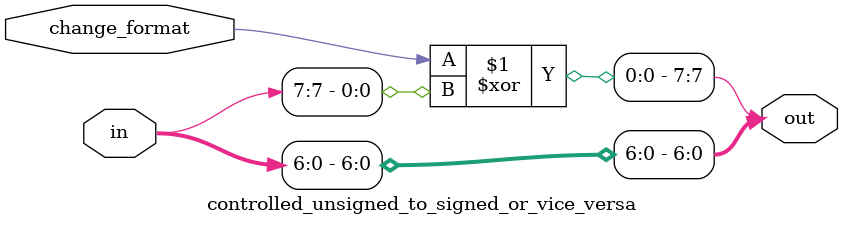
<source format=v>
module controlled_unsigned_to_signed_or_vice_versa
#(
parameter width = 8
)
(
input [width-1:0] in,
output [width-1:0] out,
input change_format
);

assign out = {(change_format ^ in[width-1]),in[width-2 : 0]};

endmodule

</source>
